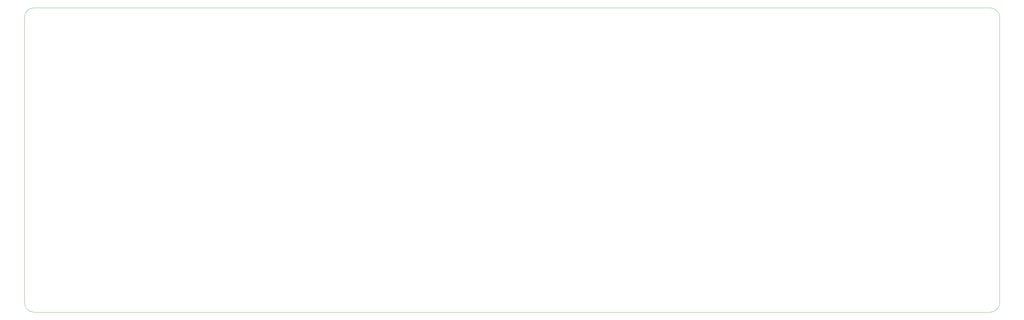
<source format=gm1>
G04 #@! TF.GenerationSoftware,KiCad,Pcbnew,(6.0.7-1)-1*
G04 #@! TF.CreationDate,2022-10-03T10:16:15+02:00*
G04 #@! TF.ProjectId,staggered-keyboard,73746167-6765-4726-9564-2d6b6579626f,rev?*
G04 #@! TF.SameCoordinates,Original*
G04 #@! TF.FileFunction,Profile,NP*
%FSLAX46Y46*%
G04 Gerber Fmt 4.6, Leading zero omitted, Abs format (unit mm)*
G04 Created by KiCad (PCBNEW (6.0.7-1)-1) date 2022-10-03 10:16:15*
%MOMM*%
%LPD*%
G01*
G04 APERTURE LIST*
G04 #@! TA.AperFunction,Profile*
%ADD10C,0.100000*%
G04 #@! TD*
G04 APERTURE END LIST*
D10*
X65000000Y-232000000D02*
X65000000Y-142000000D01*
X65000000Y-232000000D02*
G75*
G03*
X68000000Y-235000000I3000000J0D01*
G01*
X372000000Y-142000000D02*
X372000000Y-232000000D01*
X369000000Y-235000000D02*
X68000000Y-235000000D01*
X68000000Y-139000000D02*
X369000000Y-139000000D01*
X369000000Y-235000000D02*
G75*
G03*
X372000000Y-232000000I0J3000000D01*
G01*
X372000000Y-142000000D02*
G75*
G03*
X369000000Y-139000000I-3000000J0D01*
G01*
X68000000Y-139000000D02*
G75*
G03*
X65000000Y-142000000I0J-3000000D01*
G01*
M02*

</source>
